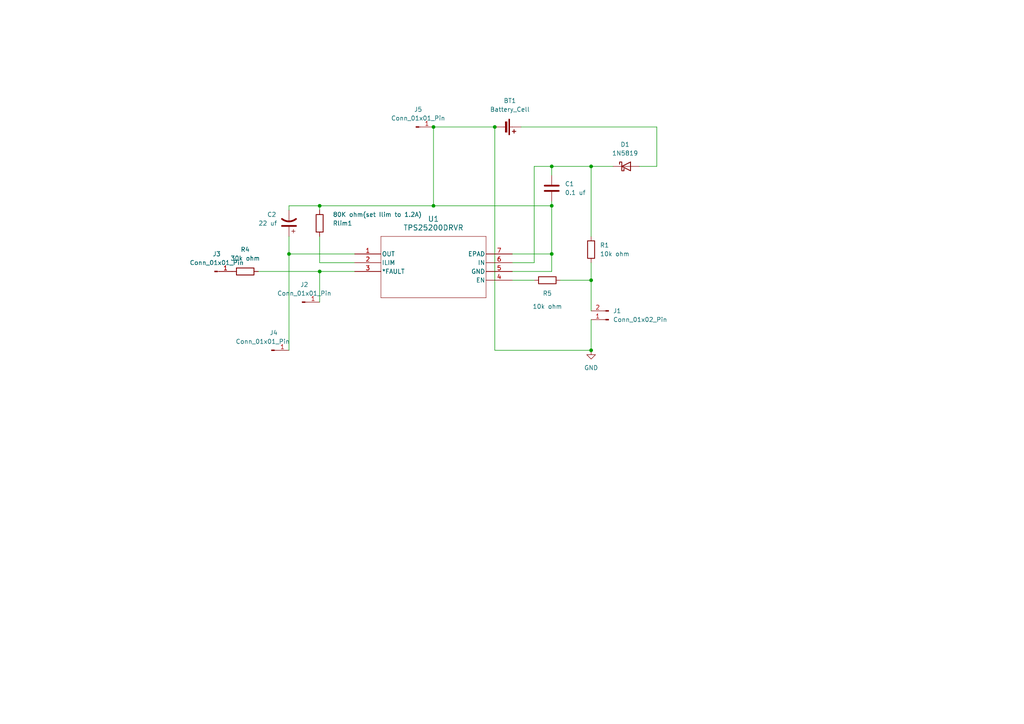
<source format=kicad_sch>
(kicad_sch (version 20230121) (generator eeschema)
  (paper "A4")
  (lib_symbols
    (symbol "Connector:Conn_01x01_Pin" (pin_names (offset 1.016) hide)
      (property "Reference" "J" (at 0 2.54 0))
      (property "Value" "Conn_01x01_Pin" (at 0 -2.54 0))
      (symbol "Conn_01x01_Pin_1_1"
        (polyline (pts (xy 1.27 0) (xy 0.8636 0)) (stroke (width 0.1524)))
        (rectangle (start 0.8636 0.127) (end 0 -0.127) (stroke (width 0.1524)) (fill (type outline)))
        (pin passive line (at 5.08 0 180) (length 3.81) (name "Pin_1") (number "1"))
      )
    )
    (symbol "Connector:Conn_01x02_Pin" (pin_names (offset 1.016) hide)
      (property "Reference" "J" (at 0 2.54 0))
      (property "Value" "Conn_01x02_Pin" (at 0 -5.08 0))
      (symbol "Conn_01x02_Pin_1_1"
        (polyline (pts (xy 1.27 -2.54) (xy 0.8636 -2.54)) (stroke (width 0.1524)))
        (polyline (pts (xy 1.27 0) (xy 0.8636 0)) (stroke (width 0.1524)))
        (rectangle (start 0.8636 -2.413) (end 0 -2.667) (stroke (width 0.1524)) (fill (type outline)))
        (rectangle (start 0.8636 0.127) (end 0 -0.127) (stroke (width 0.1524)) (fill (type outline)))
        (pin passive line (at 5.08 0 180) (length 3.81) (name "Pin_1") (number "1"))
        (pin passive line (at 5.08 -2.54 180) (length 3.81) (name "Pin_2") (number "2"))
      )
    )
    (symbol "Device:Battery_Cell" (pin_numbers hide) (pin_names (offset 0) hide)
      (property "Reference" "BT" (at 2.54 2.54 0))
      (property "Value" "Battery_Cell" (at 2.54 0 0))
      (symbol "Battery_Cell_0_1"
        (rectangle (start -2.286 1.778) (end 2.286 1.524) (fill (type outline)))
        (rectangle (start -1.524 1.016) (end 1.524 0.508) (fill (type outline)))
        (polyline (pts (xy 0 0.762) (xy 0 0)))
        (polyline (pts (xy 0 1.778) (xy 0 2.54)))
        (polyline (pts (xy 0.762 3.048) (xy 1.778 3.048)) (stroke (width 0.254)))
        (polyline (pts (xy 1.27 3.556) (xy 1.27 2.54)) (stroke (width 0.254)))
      )
      (symbol "Battery_Cell_1_1"
        (pin passive line (at 0 5.08 270) (length 2.54) (name "+") (number "1"))
        (pin passive line (at 0 -2.54 90) (length 2.54) (name "-") (number "2"))
      )
    )
    (symbol "Device:C" (pin_numbers hide) (pin_names (offset 0.254))
      (property "Reference" "C" (at 0.635 2.54 0))
      (property "Value" "C" (at 0.635 -2.54 0))
      (symbol "C_0_1"
        (polyline (pts (xy -2.032 -0.762) (xy 2.032 -0.762)) (stroke (width 0.508)))
        (polyline (pts (xy -2.032 0.762) (xy 2.032 0.762)) (stroke (width 0.508)))
      )
      (symbol "C_1_1"
        (pin passive line (at 0 3.81 270) (length 2.794) (name "~") (number "1"))
        (pin passive line (at 0 -3.81 90) (length 2.794) (name "~") (number "2"))
      )
    )
    (symbol "Device:C_Polarized_US" (pin_numbers hide) (pin_names (offset 0.254) hide)
      (property "Reference" "C" (at 0.635 2.54 0))
      (property "Value" "C_Polarized_US" (at 0.635 -2.54 0))
      (symbol "C_Polarized_US_0_1"
        (polyline (pts (xy -2.032 0.762) (xy 2.032 0.762)) (stroke (width 0.508)))
        (polyline (pts (xy -1.778 2.286) (xy -0.762 2.286)))
        (polyline (pts (xy -1.27 1.778) (xy -1.27 2.794)))
        (arc (start 2.032 -1.27) (mid 0 -0.5572) (end -2.032 -1.27) (stroke (width 0.508)))
      )
      (symbol "C_Polarized_US_1_1"
        (pin passive line (at 0 3.81 270) (length 2.794) (name "~") (number "1"))
        (pin passive line (at 0 -3.81 90) (length 3.302) (name "~") (number "2"))
      )
    )
    (symbol "Device:R" (pin_numbers hide) (pin_names (offset 0))
      (property "Reference" "R" (at 2.032 0 90))
      (property "Value" "R" (at 0 0 90))
      (symbol "R_0_1"
        (rectangle (start -1.016 -2.54) (end 1.016 2.54) (stroke (width 0.254)))
      )
      (symbol "R_1_1"
        (pin passive line (at 0 3.81 270) (length 1.27) (name "~") (number "1"))
        (pin passive line (at 0 -3.81 90) (length 1.27) (name "~") (number "2"))
      )
    )
    (symbol "Diode:1N5819" (pin_numbers hide) (pin_names (offset 1.016) hide)
      (property "Reference" "D" (at 0 2.54 0))
      (property "Value" "1N5819" (at 0 -2.54 0))
      (symbol "1N5819_0_1"
        (polyline (pts (xy 1.27 0) (xy -1.27 0)))
        (polyline (pts (xy 1.27 1.27) (xy 1.27 -1.27) (xy -1.27 0) (xy 1.27 1.27)) (stroke (width 0.254)))
        (polyline (pts (xy -1.905 0.635) (xy -1.905 1.27) (xy -1.27 1.27) (xy -1.27 -1.27) (xy -0.635 -1.27) (xy -0.635 -0.635)) (stroke (width 0.254)))
      )
      (symbol "1N5819_1_1"
        (pin passive line (at -3.81 0 0) (length 2.54) (name "K") (number "1"))
        (pin passive line (at 3.81 0 180) (length 2.54) (name "A") (number "2"))
      )
    )
    (symbol "power:GND" (power) (pin_names (offset 0))
      (property "Value" "GND" (at 0 -3.81 0))
      (symbol "GND_0_1"
        (polyline (pts (xy 0 0) (xy 0 -1.27) (xy 1.27 -1.27) (xy 0 -2.54) (xy -1.27 -1.27) (xy 0 -1.27)))
      )
      (symbol "GND_1_1"
        (pin power_in line (at 0 0 270) (length 0) hide (name "GND") (number "1"))
      )
    )
    (symbol "tps25200:TPS25200DRVR" (pin_names (offset 0.254))
      (property "Reference" "U" (at 22.86 10.16 0))
      (property "Value" "TPS25200DRVR" (at 22.86 7.62 0))
      (symbol "TPS25200DRVR_0_1"
        (polyline (pts (xy 7.62 -12.7) (xy 38.1 -12.7)) (stroke (width 0.127)))
        (polyline (pts (xy 7.62 5.08) (xy 7.62 -12.7)) (stroke (width 0.127)))
        (polyline (pts (xy 38.1 -12.7) (xy 38.1 5.08)) (stroke (width 0.127)))
        (polyline (pts (xy 38.1 5.08) (xy 7.62 5.08)) (stroke (width 0.127)))
        (pin output line (at 0 0 0) (length 7.62) (name "OUT") (number "1"))
        (pin output line (at 0 -2.54 0) (length 7.62) (name "ILIM") (number "2"))
        (pin output line (at 0 -5.08 0) (length 7.62) (name "*FAULT") (number "3"))
        (pin input line (at 45.72 -7.62 180) (length 7.62) (name "EN") (number "4"))
        (pin power_in line (at 45.72 -5.08 180) (length 7.62) (name "GND") (number "5"))
        (pin input line (at 45.72 -2.54 180) (length 7.62) (name "IN") (number "6"))
        (pin unspecified line (at 45.72 0 180) (length 7.62) (name "EPAD") (number "7"))
      )
    )
  )
  (junction (at 160.02 73.66))
  (junction (at 160.02 48.26))
  (junction (at 92.71 59.69))
  (junction (at 125.73 59.69))
  (junction (at 160.02 59.69))
  (junction (at 143.51 36.83))
  (junction (at 125.73 36.83))
  (junction (at 171.45 101.6))
  (junction (at 92.71 78.74))
  (junction (at 83.82 73.66))
  (junction (at 171.45 48.26))
  (junction (at 171.45 81.28))
  (wire (pts (xy 160.02 59.69) (xy 160.02 73.66)))
  (wire (pts (xy 83.82 68.58) (xy 83.82 73.66)))
  (wire (pts (xy 171.45 48.26) (xy 160.02 48.26)))
  (wire (pts (xy 160.02 48.26) (xy 160.02 50.8)))
  (wire (pts (xy 125.73 36.83) (xy 125.73 59.69)))
  (wire (pts (xy 171.45 81.28) (xy 171.45 90.17)))
  (wire (pts (xy 151.13 36.83) (xy 190.5 36.83)))
  (wire (pts (xy 143.51 101.6) (xy 171.45 101.6)))
  (wire (pts (xy 160.02 58.42) (xy 160.02 59.69)))
  (wire (pts (xy 92.71 78.74) (xy 92.71 87.63)))
  (wire (pts (xy 177.8 48.26) (xy 171.45 48.26)))
  (wire (pts (xy 171.45 92.71) (xy 171.45 101.6)))
  (wire (pts (xy 162.56 81.28) (xy 171.45 81.28)))
  (wire (pts (xy 92.71 59.69) (xy 125.73 59.69)))
  (wire (pts (xy 102.87 78.74) (xy 92.71 78.74)))
  (wire (pts (xy 148.59 73.66) (xy 160.02 73.66)))
  (wire (pts (xy 185.42 48.26) (xy 190.5 48.26)))
  (wire (pts (xy 83.82 73.66) (xy 102.87 73.66)))
  (wire (pts (xy 160.02 48.26) (xy 154.94 48.26)))
  (wire (pts (xy 171.45 48.26) (xy 171.45 68.58)))
  (wire (pts (xy 125.73 36.83) (xy 143.51 36.83)))
  (wire (pts (xy 83.82 73.66) (xy 83.82 101.6)))
  (wire (pts (xy 74.93 78.74) (xy 92.71 78.74)))
  (wire (pts (xy 92.71 59.69) (xy 83.82 59.69)))
  (wire (pts (xy 92.71 59.69) (xy 92.71 60.96)))
  (wire (pts (xy 160.02 73.66) (xy 160.02 78.74)))
  (wire (pts (xy 125.73 59.69) (xy 160.02 59.69)))
  (wire (pts (xy 92.71 76.2) (xy 102.87 76.2)))
  (wire (pts (xy 143.51 101.6) (xy 143.51 36.83)))
  (wire (pts (xy 154.94 76.2) (xy 148.59 76.2)))
  (wire (pts (xy 171.45 76.2) (xy 171.45 81.28)))
  (wire (pts (xy 190.5 36.83) (xy 190.5 48.26)))
  (wire (pts (xy 154.94 48.26) (xy 154.94 76.2)))
  (wire (pts (xy 148.59 81.28) (xy 154.94 81.28)))
  (wire (pts (xy 160.02 78.74) (xy 148.59 78.74)))
  (wire (pts (xy 83.82 59.69) (xy 83.82 60.96)))
  (wire (pts (xy 92.71 68.58) (xy 92.71 76.2)))
  (symbol (lib_id "Connector:Conn_01x01_Pin") (at 87.63 87.63 0) (unit 1)
    (property "Reference" "J2" (at 88.265 82.55 0))
    (property "Value" "Conn_01x01_Pin" (at 88.265 85.09 0))
    (property "Footprint" "Connector_PinHeader_2.54mm:PinHeader_1x01_P2.54mm_Vertical" (effects hide))
  )
  (symbol (lib_id "Diode:1N5819") (at 181.61 48.26 0) (unit 1)
    (property "Reference" "D1" (at 181.2925 41.91 0))
    (property "Value" "1N5819" (at 181.2925 44.45 0))
    (property "Footprint" "Diode_THT:D_DO-41_SOD81_P10.16mm_Horizontal" (effects hide))
    (property "Datasheet" "http://www.vishay.com/docs/88525/1n5817.pdf" (effects hide))
  )
  (symbol (lib_id "Device:R") (at 158.75 81.28 90) (unit 1)
    (property "Reference" "R5" (at 158.75 85.09 90))
    (property "Value" "10k ohm" (at 158.75 88.9 90))
    (property "Footprint" "Resistor_SMD:R_0603_1608Metric_Pad0.98x0.95mm_HandSolder" (effects hide))
  )
  (symbol (lib_id "tps25200:TPS25200DRVR") (at 102.87 73.66 0) (unit 1)
    (property "Reference" "U1" (at 125.73 63.5 0) (effects (font (size 1.524 1.524))))
    (property "Value" "TPS25200DRVR" (at 125.73 66.04 0) (effects (font (size 1.524 1.524))))
    (property "Footprint" "tps25200:DRV6_1X1P6_TEX" (effects hide))
    (property "Datasheet" "TPS25200DRVR" (effects hide))
  )
  (symbol (lib_id "Device:C") (at 160.02 54.61 0) (unit 1)
    (property "Reference" "C1" (at 163.83 53.34 0) (effects (justify left)))
    (property "Value" "0.1 uf" (at 163.83 55.88 0) (effects (justify left)))
    (property "Footprint" "Capacitor_SMD:C_0603_1608Metric_Pad1.08x0.95mm_HandSolder" (effects hide))
  )
  (symbol (lib_id "Device:R") (at 71.12 78.74 90) (unit 1)
    (property "Reference" "R4" (at 71.12 72.39 90))
    (property "Value" "30k ohm" (at 71.12 74.93 90))
    (property "Footprint" "Resistor_SMD:R_0603_1608Metric_Pad0.98x0.95mm_HandSolder" (effects hide))
  )
  (symbol (lib_id "Connector:Conn_01x01_Pin") (at 78.74 101.6 0) (unit 1)
    (property "Reference" "J4" (at 79.375 96.52 0))
    (property "Value" "Conn_01x01_Pin" (at 76.2 99.06 0))
    (property "Footprint" "Connector_PinHeader_2.54mm:PinHeader_1x01_P2.54mm_Vertical" (effects hide))
  )
  (symbol (lib_id "Device:R") (at 171.45 72.39 0) (unit 1)
    (property "Reference" "R1" (at 173.99 71.12 0) (effects (justify left)))
    (property "Value" "10k ohm" (at 173.99 73.66 0) (effects (justify left)))
    (property "Footprint" "Resistor_SMD:R_0603_1608Metric_Pad0.98x0.95mm_HandSolder" (effects hide))
  )
  (symbol (lib_id "Device:Battery_Cell") (at 146.05 36.83 270) (unit 1)
    (property "Reference" "BT1" (at 147.8915 29.21 90))
    (property "Value" "Battery_Cell" (at 147.8915 31.75 90))
    (property "Footprint" "Battery:BatteryHolder_MPD_BH-18650-PC2" (effects hide))
  )
  (symbol (lib_id "Connector:Conn_01x01_Pin") (at 62.23 78.74 0) (unit 1)
    (property "Reference" "J3" (at 62.865 73.66 0))
    (property "Value" "Conn_01x01_Pin" (at 62.865 76.2 0))
    (property "Footprint" "Connector_PinHeader_2.54mm:PinHeader_1x01_P2.54mm_Vertical" (effects hide))
  )
  (symbol (lib_id "power:GND") (at 171.45 101.6 0) (unit 1)
    (property "Reference" "#PWR01" (effects hide))
    (property "Value" "GND" (at 171.45 106.68 0))
  )
  (symbol (lib_id "Device:C_Polarized_US") (at 83.82 64.77 180) (unit 1)
    (property "Reference" "C2" (at 77.47 62.23 0) (effects (justify right)))
    (property "Value" "22 uf" (at 74.93 64.77 0) (effects (justify right)))
    (property "Footprint" "Capacitor_THT:CP_Radial_D8.0mm_P2.50mm" (effects hide))
  )
  (symbol (lib_id "Device:R") (at 92.71 64.77 0) (unit 1)
    (property "Reference" "Rlim1" (at 96.52 64.77 0) (effects (justify left)))
    (property "Value" "80K ohm(set Ilim to 1.2A)" (at 96.52 62.23 0) (effects (justify left)))
    (property "Footprint" "Resistor_SMD:R_0603_1608Metric_Pad0.98x0.95mm_HandSolder" (effects hide))
  )
  (symbol (lib_id "Connector:Conn_01x01_Pin") (at 120.65 36.83 0) (unit 1)
    (property "Reference" "J5" (at 121.285 31.75 0))
    (property "Value" "Conn_01x01_Pin" (at 121.285 34.29 0))
    (property "Footprint" "Connector_PinHeader_2.54mm:PinHeader_1x01_P2.54mm_Vertical" (effects hide))
  )
  (symbol (lib_id "Connector:Conn_01x02_Pin") (at 176.53 92.71 180) (unit 1)
    (property "Reference" "J1" (at 177.8 90.17 0) (effects (justify right)))
    (property "Value" "Conn_01x02_Pin" (at 177.8 92.71 0) (effects (justify right)))
    (property "Footprint" "Connector_PinHeader_2.54mm:PinHeader_1x02_P2.54mm_Vertical" (effects hide))
  )
)
</source>
